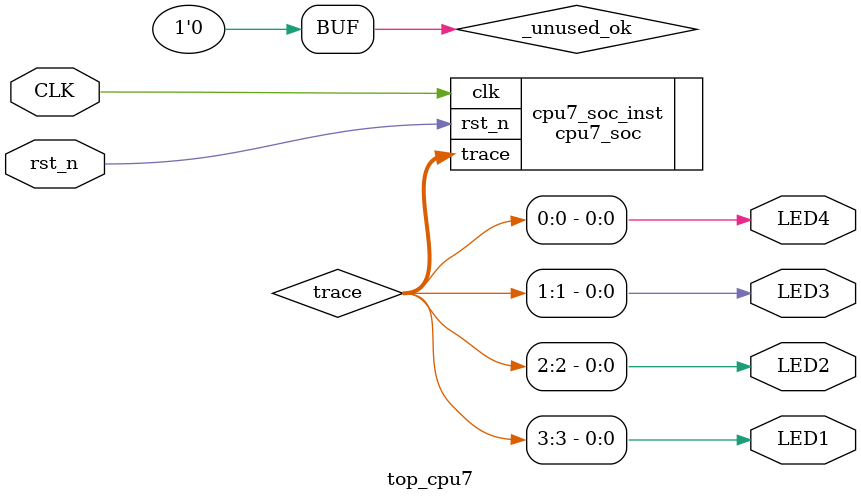
<source format=sv>
`default_nettype none
`timescale 1ns / 1ps

module top_cpu7
(
	input logic CLK,
	input logic rst_n,
	output logic LED1,
	output logic LED2,
	output logic LED3,
	output logic LED4
);

logic [3:0] trace;

assign {LED1, LED2, LED3, LED4} = trace;

cpu7_soc #(
    .CLOCK_FREQ_MHZ(50),
    .CORES(1),
    .PROGRAM_SIZE(1024),
    .VREGS(8),
    .DATA_STACK_DEPTH(8),
    .CALL_STACK_DEPTH(8),
    .USE_MUL(1),
    .MUL_DATA_WIDTH(56),
    .USE_DIV(1),
    .DIV_DATA_WIDTH(56),
    .INIT_F("../collatz.mem")
)
cpu7_soc_inst (
	.rst_n,
	.clk(CLK),
	.trace(trace)
);

logic _unused_ok = &{1'b1, 1'b0};

endmodule

</source>
